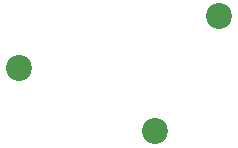
<source format=gts>
%TF.GenerationSoftware,KiCad,Pcbnew,7.0.10*%
%TF.CreationDate,2024-02-19T14:11:56+09:00*%
%TF.ProjectId,keyball-row-staggered-right,6b657962-616c-46c2-9d72-6f772d737461,rev?*%
%TF.SameCoordinates,Original*%
%TF.FileFunction,Soldermask,Top*%
%TF.FilePolarity,Negative*%
%FSLAX46Y46*%
G04 Gerber Fmt 4.6, Leading zero omitted, Abs format (unit mm)*
G04 Created by KiCad (PCBNEW 7.0.10) date 2024-02-19 14:11:56*
%MOMM*%
%LPD*%
G01*
G04 APERTURE LIST*
%ADD10C,2.200000*%
G04 APERTURE END LIST*
D10*
%TO.C,REF\u002A\u002A*%
X62330000Y-134250000D03*
%TD*%
%TO.C,REF\u002A\u002A*%
X50800000Y-128900000D03*
%TD*%
%TO.C,REF\u002A\u002A*%
X67790000Y-124490000D03*
%TD*%
M02*

</source>
